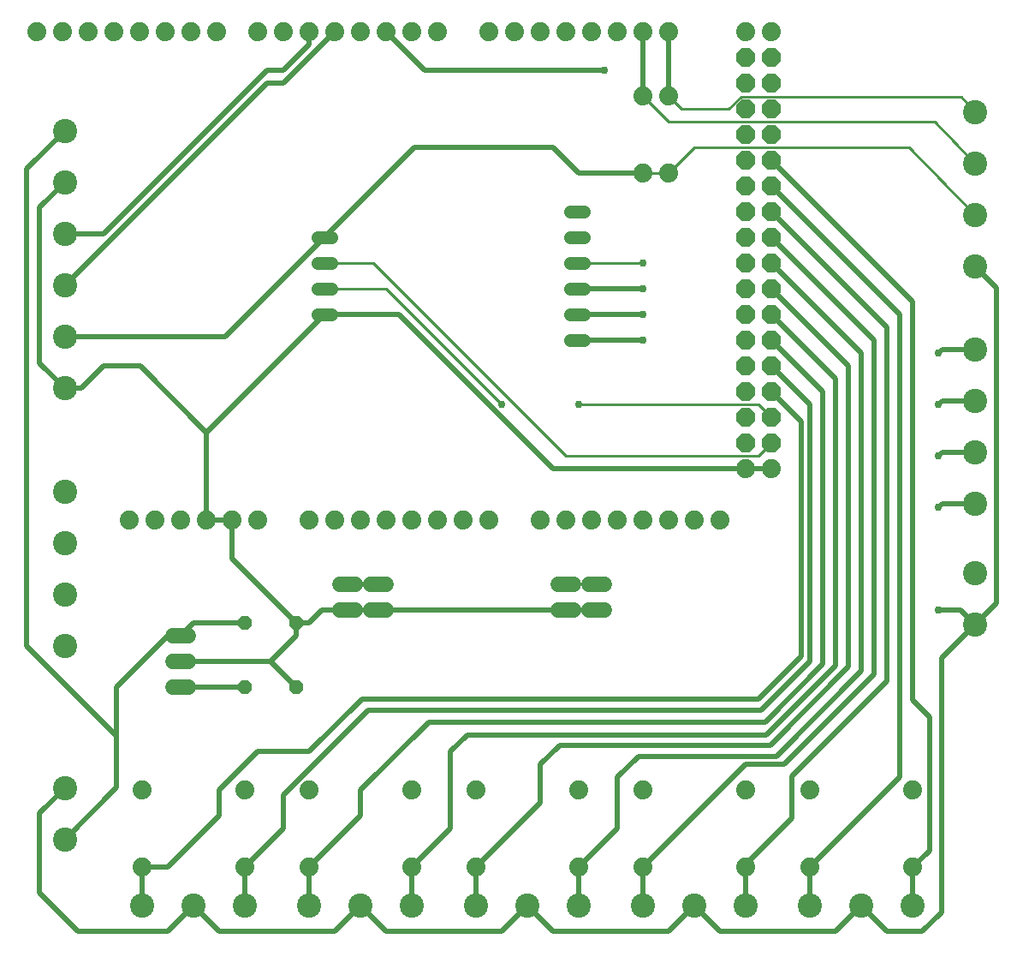
<source format=gbr>
G04 EAGLE Gerber RS-274X export*
G75*
%MOMM*%
%FSLAX34Y34*%
%LPD*%
%INTop Copper*%
%IPPOS*%
%AMOC8*
5,1,8,0,0,1.08239X$1,22.5*%
G01*
%ADD10C,1.879600*%
%ADD11P,2.034460X8X112.500000*%
%ADD12C,1.308000*%
%ADD13C,2.400000*%
%ADD14C,1.524000*%
%ADD15P,1.429621X8X202.500000*%
%ADD16P,1.429621X8X22.500000*%
%ADD17C,0.508000*%
%ADD18C,0.254000*%
%ADD19C,0.756400*%


D10*
X546100Y482600D03*
X571500Y482600D03*
X596900Y482600D03*
X622300Y482600D03*
X647700Y482600D03*
X673100Y482600D03*
X698500Y482600D03*
X520700Y482600D03*
X495300Y965200D03*
X520700Y965200D03*
X546100Y965200D03*
X571500Y965200D03*
X596900Y965200D03*
X622300Y965200D03*
X647700Y965200D03*
X469900Y965200D03*
X317500Y482600D03*
X342900Y482600D03*
X368300Y482600D03*
X393700Y482600D03*
X419100Y482600D03*
X444500Y482600D03*
X469900Y482600D03*
X292100Y482600D03*
X266700Y965200D03*
X292100Y965200D03*
X317500Y965200D03*
X342900Y965200D03*
X368300Y965200D03*
X393700Y965200D03*
X419100Y965200D03*
X241300Y965200D03*
X48260Y965200D03*
X73660Y965200D03*
X99060Y965200D03*
X124460Y965200D03*
X149860Y965200D03*
X175260Y965200D03*
X200660Y965200D03*
X22860Y965200D03*
D11*
X749300Y762000D03*
X723900Y762000D03*
X749300Y787400D03*
X723900Y787400D03*
X749300Y812800D03*
X723900Y812800D03*
X749300Y838200D03*
X723900Y838200D03*
X749300Y863600D03*
X723900Y863600D03*
X749300Y889000D03*
X723900Y889000D03*
X749300Y914400D03*
X723900Y914400D03*
X749300Y939800D03*
X723900Y939800D03*
X749300Y558800D03*
X723900Y558800D03*
X749300Y584200D03*
X723900Y584200D03*
X749300Y609600D03*
X723900Y609600D03*
X749300Y635000D03*
X723900Y635000D03*
X749300Y660400D03*
X723900Y660400D03*
X749300Y685800D03*
X723900Y685800D03*
X749300Y711200D03*
X723900Y711200D03*
X749300Y736600D03*
X723900Y736600D03*
D10*
X723900Y533400D03*
X749300Y533400D03*
X723900Y965200D03*
X749300Y965200D03*
X114300Y482600D03*
X139700Y482600D03*
X165100Y482600D03*
X190500Y482600D03*
X215900Y482600D03*
X241300Y482600D03*
D12*
X550260Y660400D02*
X563340Y660400D01*
X563340Y685800D02*
X550260Y685800D01*
X550260Y711200D02*
X563340Y711200D01*
X563340Y736600D02*
X550260Y736600D01*
X550260Y762000D02*
X563340Y762000D01*
X563340Y787400D02*
X550260Y787400D01*
X313340Y685800D02*
X300260Y685800D01*
X300260Y711200D02*
X313340Y711200D01*
X313340Y736600D02*
X300260Y736600D01*
X300260Y762000D02*
X313340Y762000D01*
D10*
X787400Y215900D03*
X787400Y139700D03*
X889000Y215900D03*
X889000Y139700D03*
X622300Y215900D03*
X622300Y139700D03*
X723900Y215900D03*
X723900Y139700D03*
X457200Y215900D03*
X457200Y139700D03*
X558800Y215900D03*
X558800Y139700D03*
X292100Y215900D03*
X292100Y139700D03*
X393700Y215900D03*
X393700Y139700D03*
X127000Y215900D03*
X127000Y139700D03*
X228600Y215900D03*
X228600Y139700D03*
D13*
X838200Y101600D03*
X787400Y101600D03*
X889000Y101600D03*
X673100Y101600D03*
X622300Y101600D03*
X723900Y101600D03*
X508000Y101600D03*
X457200Y101600D03*
X558800Y101600D03*
X342900Y101600D03*
X292100Y101600D03*
X393700Y101600D03*
X177800Y101600D03*
X127000Y101600D03*
X228600Y101600D03*
D14*
X172720Y368300D02*
X157480Y368300D01*
X157480Y342900D02*
X172720Y342900D01*
X172720Y317500D02*
X157480Y317500D01*
D10*
X622300Y901700D03*
X622300Y825500D03*
X647700Y901700D03*
X647700Y825500D03*
D13*
X950000Y784600D03*
X950000Y733800D03*
X950000Y835400D03*
X950000Y886200D03*
X950000Y549600D03*
X950000Y498800D03*
X950000Y600400D03*
X950000Y651200D03*
X50000Y166900D03*
X50000Y217700D03*
X950000Y430400D03*
X950000Y379600D03*
D15*
X279400Y381000D03*
X228600Y381000D03*
D16*
X228600Y317500D03*
X279400Y317500D03*
D13*
X50000Y459700D03*
X50000Y510500D03*
X50000Y408900D03*
X50000Y358100D03*
D14*
X322580Y419100D02*
X337820Y419100D01*
X337820Y393700D02*
X322580Y393700D01*
X353060Y419100D02*
X368300Y419100D01*
X368300Y393700D02*
X353060Y393700D01*
D13*
X50000Y816200D03*
X50000Y867000D03*
X50000Y765400D03*
X50000Y714600D03*
X50000Y663800D03*
X50000Y613000D03*
D14*
X538480Y419100D02*
X553720Y419100D01*
X553720Y393700D02*
X538480Y393700D01*
X568960Y419100D02*
X584200Y419100D01*
X584200Y393700D02*
X568960Y393700D01*
D17*
X622300Y901700D02*
X622300Y965200D01*
D18*
X622300Y901700D02*
X647700Y876300D01*
X910590Y876300D02*
X950000Y835400D01*
X910590Y876300D02*
X647700Y876300D01*
D17*
X647700Y901700D02*
X647700Y965200D01*
D18*
X647700Y901700D02*
X660400Y889000D01*
X706658Y889000D02*
X718850Y901192D01*
X706658Y889000D02*
X660400Y889000D01*
X718850Y901192D02*
X936498Y901192D01*
X950000Y886200D01*
D17*
X889000Y698500D02*
X749300Y838200D01*
X889000Y304800D02*
X905510Y288290D01*
X889000Y304800D02*
X889000Y698500D01*
X889000Y139700D02*
X889000Y101600D01*
X889000Y139700D02*
X905510Y156210D01*
X905510Y288290D01*
X876300Y685800D02*
X749300Y812800D01*
X787400Y139700D02*
X787400Y101600D01*
X787400Y139700D02*
X876300Y228600D01*
X876300Y685800D01*
X863600Y673100D02*
X749300Y787400D01*
X863600Y323850D02*
X769620Y229870D01*
X863600Y323850D02*
X863600Y673100D01*
X723900Y139700D02*
X723900Y101600D01*
X723900Y142240D02*
X769620Y187960D01*
X723900Y142240D02*
X723900Y139700D01*
X769620Y187960D02*
X769620Y229870D01*
X850900Y660400D02*
X749300Y762000D01*
X850900Y330200D02*
X762000Y241300D01*
X850900Y330200D02*
X850900Y660400D01*
X622300Y139700D02*
X622300Y101600D01*
X622300Y139700D02*
X723900Y241300D01*
X762000Y241300D01*
X838200Y647700D02*
X749300Y736600D01*
X838200Y334010D02*
X753745Y249555D01*
X838200Y334010D02*
X838200Y647700D01*
X558800Y139700D02*
X558800Y101600D01*
X558800Y139700D02*
X596900Y177800D01*
X617855Y249555D02*
X753745Y249555D01*
X617855Y249555D02*
X596900Y228600D01*
X596900Y177800D01*
X825500Y635000D02*
X749300Y711200D01*
X825500Y337820D02*
X748030Y260350D01*
X539750Y260350D01*
X520700Y241300D01*
X825500Y337820D02*
X825500Y635000D01*
X457200Y139700D02*
X457200Y101600D01*
X457200Y139700D02*
X520700Y203200D01*
X520700Y241300D01*
X812800Y622300D02*
X749300Y685800D01*
X744220Y270510D02*
X448310Y270510D01*
X431800Y254000D01*
X812800Y339090D02*
X812800Y622300D01*
X812800Y339090D02*
X744220Y270510D01*
X393700Y139700D02*
X393700Y101600D01*
X393700Y139700D02*
X431800Y177800D01*
X431800Y254000D01*
X800100Y609600D02*
X749300Y660400D01*
X800100Y609600D02*
X800100Y340360D01*
X742950Y283210D01*
X292100Y139700D02*
X292100Y101600D01*
X292100Y139700D02*
X342900Y190500D01*
X410210Y283210D02*
X742950Y283210D01*
X410210Y283210D02*
X342900Y215900D01*
X342900Y190500D01*
X749300Y635000D02*
X787400Y596900D01*
X787400Y342900D01*
X739140Y294640D01*
X350520Y294640D01*
X266700Y210820D01*
X228600Y139700D02*
X228600Y101600D01*
X228600Y139700D02*
X266700Y177800D01*
X266700Y210820D01*
X749300Y609600D02*
X778510Y580390D01*
X778510Y347980D02*
X736600Y306070D01*
X344170Y306070D01*
X152400Y139700D02*
X127000Y139700D01*
X778510Y347980D02*
X778510Y580390D01*
X127000Y139700D02*
X127000Y101600D01*
X152400Y139700D02*
X203200Y190500D01*
X203200Y215900D01*
X241300Y254000D01*
X292100Y254000D02*
X344170Y306070D01*
X292100Y254000D02*
X241300Y254000D01*
X254000Y914400D02*
X266700Y914400D01*
X317500Y965200D01*
X249800Y914400D02*
X50000Y714600D01*
X249800Y914400D02*
X254000Y914400D01*
X266700Y927100D02*
X292100Y952500D01*
X292100Y965200D01*
X249800Y927100D02*
X88100Y765400D01*
X50000Y765400D01*
X249800Y927100D02*
X266700Y927100D01*
D18*
X306800Y711200D02*
X368300Y711200D01*
X482600Y596900D01*
D19*
X482600Y596900D03*
X558800Y596900D03*
D18*
X736600Y596900D01*
X749300Y584200D01*
X355600Y736600D02*
X306800Y736600D01*
X546100Y546100D02*
X736600Y546100D01*
X749300Y558800D01*
X546100Y546100D02*
X355600Y736600D01*
D17*
X723900Y533400D02*
X749300Y533400D01*
X723900Y533400D02*
X533400Y533400D01*
X381000Y685800D02*
X306800Y685800D01*
X381000Y685800D02*
X533400Y533400D01*
X914400Y393700D02*
X935900Y393700D01*
X950000Y379600D01*
D19*
X914400Y393700D03*
D17*
X215900Y482600D02*
X190500Y482600D01*
X190500Y569500D02*
X306800Y685800D01*
X863600Y76200D02*
X897890Y76200D01*
X863600Y76200D02*
X838200Y101600D01*
X812800Y76200D01*
X698500Y76200D01*
X673100Y101600D01*
X647700Y76200D01*
X533400Y76200D01*
X508000Y101600D01*
X482600Y76200D01*
X368300Y76200D01*
X342900Y101600D01*
X317500Y76200D01*
X203200Y76200D02*
X177800Y101600D01*
X203200Y76200D02*
X317500Y76200D01*
X916980Y346580D02*
X950000Y379600D01*
X916980Y346580D02*
X916980Y95290D01*
X897890Y76200D01*
X950000Y379600D02*
X971550Y401150D01*
X971550Y712250D02*
X950000Y733800D01*
X971550Y712250D02*
X971550Y401150D01*
X177800Y101600D02*
X152400Y76200D01*
X63500Y76200D01*
X25400Y114300D01*
X25400Y193100D02*
X50000Y217700D01*
X25400Y193100D02*
X25400Y114300D01*
X165100Y342900D02*
X254000Y342900D01*
X279400Y317500D01*
X254000Y342900D02*
X279400Y368300D01*
X279400Y381000D01*
X292100Y381000D01*
X304800Y393700D01*
X330200Y393700D01*
X279400Y381000D02*
X215900Y444500D01*
X215900Y482600D01*
X190500Y482600D02*
X190500Y569500D01*
X330200Y393700D02*
X360680Y393700D01*
X66900Y613000D02*
X50000Y613000D01*
X66900Y613000D02*
X88900Y635000D01*
X125000Y635000D01*
X190500Y569500D01*
X25400Y791600D02*
X50000Y816200D01*
X25400Y637600D02*
X50000Y613000D01*
X25400Y637600D02*
X25400Y791600D01*
X360680Y393700D02*
X546100Y393700D01*
X576580Y393700D01*
D18*
X622300Y825500D02*
X647700Y825500D01*
X673100Y850900D01*
X885190Y850900D02*
X950000Y784600D01*
X885190Y850900D02*
X673100Y850900D01*
D17*
X558800Y825500D02*
X533400Y850900D01*
X395700Y850900D02*
X306800Y762000D01*
X558800Y825500D02*
X622300Y825500D01*
X533400Y850900D02*
X395700Y850900D01*
X228600Y317500D02*
X165100Y317500D01*
X330200Y419100D02*
X360680Y419100D01*
X208600Y663800D02*
X50000Y663800D01*
X208600Y663800D02*
X306800Y762000D01*
X101600Y218500D02*
X50000Y166900D01*
X101600Y218500D02*
X101600Y269240D01*
X101600Y317500D01*
X152400Y368300D01*
X165100Y368300D01*
X177800Y381000D01*
X228600Y381000D01*
X12700Y829700D02*
X50000Y867000D01*
X12700Y829700D02*
X12700Y358140D01*
X101600Y269240D01*
D19*
X622300Y660400D03*
D17*
X556800Y660400D01*
X917900Y498800D02*
X950000Y498800D01*
X917900Y498800D02*
X914400Y495300D01*
D19*
X914400Y495300D03*
X622300Y685800D03*
D17*
X556800Y685800D01*
X917900Y549600D02*
X950000Y549600D01*
X917900Y549600D02*
X914400Y546100D01*
D19*
X914400Y546100D03*
X622300Y711200D03*
D17*
X556800Y711200D01*
X917900Y600400D02*
X950000Y600400D01*
X917900Y600400D02*
X914400Y596900D01*
D19*
X914400Y596900D03*
X622300Y736600D03*
D18*
X556800Y736600D01*
D17*
X917900Y651200D02*
X950000Y651200D01*
X917900Y651200D02*
X914400Y647700D01*
D19*
X914400Y647700D03*
D17*
X406400Y927100D02*
X368300Y965200D01*
X406400Y927100D02*
X584200Y927100D01*
D19*
X584200Y927100D03*
M02*

</source>
